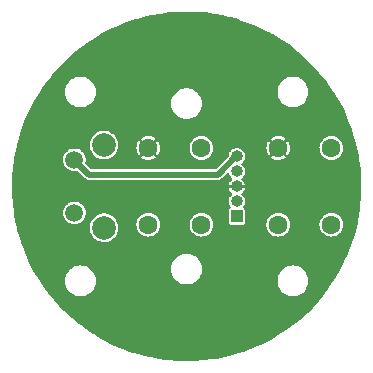
<source format=gbr>
%TF.GenerationSoftware,KiCad,Pcbnew,6.0.11-2627ca5db0~126~ubuntu22.04.1*%
%TF.CreationDate,2024-02-04T10:42:42-08:00*%
%TF.ProjectId,stick-switch,73746963-6b2d-4737-9769-7463682e6b69,rev?*%
%TF.SameCoordinates,Original*%
%TF.FileFunction,Copper,L2,Bot*%
%TF.FilePolarity,Positive*%
%FSLAX46Y46*%
G04 Gerber Fmt 4.6, Leading zero omitted, Abs format (unit mm)*
G04 Created by KiCad (PCBNEW 6.0.11-2627ca5db0~126~ubuntu22.04.1) date 2024-02-04 10:42:42*
%MOMM*%
%LPD*%
G01*
G04 APERTURE LIST*
%TA.AperFunction,ComponentPad*%
%ADD10C,1.600000*%
%TD*%
%TA.AperFunction,ComponentPad*%
%ADD11R,1.000000X1.000000*%
%TD*%
%TA.AperFunction,ComponentPad*%
%ADD12O,1.000000X1.000000*%
%TD*%
%TA.AperFunction,ComponentPad*%
%ADD13C,1.507998*%
%TD*%
%TA.AperFunction,ComponentPad*%
%ADD14C,2.008124*%
%TD*%
%TA.AperFunction,Conductor*%
%ADD15C,0.500000*%
%TD*%
G04 APERTURE END LIST*
D10*
%TO.P,SW_DN1,1,1*%
%TO.N,unconnected-(SW_DN1-Pad1)*%
X-3250000Y-3250000D03*
%TO.P,SW_DN1,2,2*%
%TO.N,/TRIM_COM*%
X-3250000Y3250000D03*
%TO.P,SW_DN1,3,3*%
%TO.N,/DN*%
X1250000Y-3250000D03*
%TO.P,SW_DN1,4,4*%
%TO.N,unconnected-(SW_DN1-Pad4)*%
X1250000Y3250000D03*
%TD*%
D11*
%TO.P,J1,1,Pin_1*%
%TO.N,/UP*%
X4250000Y-2540000D03*
D12*
%TO.P,J1,2,Pin_2*%
%TO.N,/DN*%
X4250000Y-1270000D03*
%TO.P,J1,3,Pin_3*%
%TO.N,/TRIM_COM*%
X4250000Y0D03*
%TO.P,J1,4,Pin_4*%
%TO.N,/PTT*%
X4250000Y1270000D03*
%TO.P,J1,5,Pin_5*%
%TO.N,/PTT_COM*%
X4250000Y2540000D03*
%TD*%
D13*
%TO.P,SW_PTT1,1,1*%
%TO.N,/PTT_COM*%
X-9500000Y2250000D03*
%TO.P,SW_PTT1,2,2*%
%TO.N,unconnected-(SW_PTT1-Pad2)*%
X-9500000Y-2250001D03*
D14*
%TO.P,SW_PTT1,3,3*%
%TO.N,unconnected-(SW_PTT1-Pad3)*%
X-7000000Y3499999D03*
%TO.P,SW_PTT1,4,4*%
%TO.N,/PTT*%
X-7000000Y-3500000D03*
%TD*%
D10*
%TO.P,SW_UP1,1,1*%
%TO.N,unconnected-(SW_UP1-Pad1)*%
X7750000Y-3250000D03*
%TO.P,SW_UP1,2,2*%
%TO.N,/TRIM_COM*%
X7750000Y3250000D03*
%TO.P,SW_UP1,3,3*%
%TO.N,/UP*%
X12250000Y-3250000D03*
%TO.P,SW_UP1,4,4*%
%TO.N,unconnected-(SW_UP1-Pad4)*%
X12250000Y3250000D03*
%TD*%
D15*
%TO.N,/PTT_COM*%
X4176497Y2540000D02*
X4250000Y2540000D01*
X-9500000Y2250000D02*
X-8250000Y1000000D01*
X-8250000Y1000000D02*
X2636497Y1000000D01*
X2636497Y1000000D02*
X4176497Y2540000D01*
%TD*%
%TA.AperFunction,Conductor*%
%TO.N,/TRIM_COM*%
G36*
X28340Y14799409D02*
G01*
X348397Y14790749D01*
X772041Y14779286D01*
X777036Y14779024D01*
X1518799Y14721297D01*
X1523742Y14720786D01*
X2028493Y14655679D01*
X2261639Y14625605D01*
X2266590Y14624838D01*
X2582263Y14567755D01*
X2998694Y14492452D01*
X3003575Y14491442D01*
X3547076Y14364465D01*
X3728064Y14322181D01*
X3732912Y14320918D01*
X4399404Y14129175D01*
X4447890Y14115226D01*
X4452669Y14113719D01*
X5156314Y13872121D01*
X5161010Y13870375D01*
X5851559Y13593476D01*
X5856160Y13591494D01*
X6531799Y13280020D01*
X6536267Y13277822D01*
X7147499Y12957598D01*
X7195304Y12932553D01*
X7199680Y12930117D01*
X7305588Y12867608D01*
X7840381Y12551962D01*
X7844630Y12549307D01*
X8465376Y12139223D01*
X8469485Y12136357D01*
X8634752Y12014734D01*
X9068717Y11695371D01*
X9072644Y11692326D01*
X9431260Y11399324D01*
X9648792Y11221592D01*
X9652590Y11218325D01*
X10204157Y10719071D01*
X10207786Y10715616D01*
X10733412Y10189073D01*
X10736860Y10185438D01*
X11235161Y9632989D01*
X11238420Y9629187D01*
X11678123Y9089097D01*
X11708128Y9052241D01*
X11711191Y9048279D01*
X12149563Y8450415D01*
X12151126Y8448283D01*
X12153979Y8444177D01*
X12562984Y7822707D01*
X12565608Y7818493D01*
X12800946Y7418170D01*
X12942664Y7177100D01*
X12945093Y7172718D01*
X13289204Y6513094D01*
X13291408Y6508594D01*
X13585554Y5867602D01*
X13601696Y5832425D01*
X13603667Y5827827D01*
X13861919Y5180514D01*
X13879360Y5136798D01*
X13881096Y5132105D01*
X14111696Y4456657D01*
X14121466Y4428039D01*
X14122963Y4423266D01*
X14192998Y4178216D01*
X14327415Y3707898D01*
X14328669Y3703047D01*
X14435972Y3240112D01*
X14484937Y3028865D01*
X14496656Y2978304D01*
X14497663Y2973401D01*
X14573171Y2551631D01*
X14628776Y2241037D01*
X14629533Y2236085D01*
X14723419Y1498082D01*
X14723926Y1493097D01*
X14778985Y769293D01*
X14780358Y751239D01*
X14780610Y746248D01*
X14796969Y100000D01*
X14799464Y1422D01*
X14799495Y-1429D01*
X14799144Y-101894D01*
X14799093Y-104744D01*
X14775041Y-849406D01*
X14774753Y-854408D01*
X14767928Y-936547D01*
X14714066Y-1584756D01*
X14713145Y-1595837D01*
X14712606Y-1600804D01*
X14652812Y-2045972D01*
X14613563Y-2338188D01*
X14612770Y-2343135D01*
X14476556Y-3074511D01*
X14475515Y-3079412D01*
X14317192Y-3741423D01*
X14304475Y-3794601D01*
X14302463Y-3803012D01*
X14301175Y-3807851D01*
X14140541Y-4355403D01*
X14091747Y-4521725D01*
X14090217Y-4526491D01*
X13846102Y-5225532D01*
X13844931Y-5228884D01*
X13843160Y-5233571D01*
X13562653Y-5922649D01*
X13560651Y-5927232D01*
X13525236Y-6003007D01*
X13245639Y-6601241D01*
X13243403Y-6605724D01*
X12894708Y-7262908D01*
X12892249Y-7267273D01*
X12510737Y-7905998D01*
X12508059Y-7910234D01*
X12094728Y-8528826D01*
X12091840Y-8532920D01*
X12002696Y-8652734D01*
X11738865Y-9007337D01*
X11647740Y-9129813D01*
X11644654Y-9133748D01*
X11507106Y-9300311D01*
X11170926Y-9707406D01*
X11167639Y-9711188D01*
X10665487Y-10260151D01*
X10662013Y-10263761D01*
X10237233Y-10683384D01*
X10132734Y-10786614D01*
X10129081Y-10790044D01*
X9574029Y-11285446D01*
X9570208Y-11288686D01*
X8990811Y-11755367D01*
X8986831Y-11758410D01*
X8384560Y-12195183D01*
X8380431Y-12198021D01*
X7756834Y-12603763D01*
X7752566Y-12606389D01*
X7109240Y-12980063D01*
X7104846Y-12982469D01*
X6443420Y-13323126D01*
X6438909Y-13325306D01*
X5761125Y-13632049D01*
X5756514Y-13633997D01*
X5064053Y-13906067D01*
X5059372Y-13907771D01*
X4763303Y-14007122D01*
X4354021Y-14144463D01*
X4349232Y-14145936D01*
X3632840Y-14346630D01*
X3627982Y-14347859D01*
X2902348Y-14512054D01*
X2897448Y-14513034D01*
X2482613Y-14585061D01*
X2164426Y-14640307D01*
X2159469Y-14641039D01*
X1420953Y-14731063D01*
X1415966Y-14731543D01*
X673844Y-14784088D01*
X668839Y-14784315D01*
X287481Y-14791971D01*
X-74995Y-14799247D01*
X-79975Y-14799221D01*
X-467306Y-14787387D01*
X-823631Y-14776500D01*
X-828634Y-14776220D01*
X-1380098Y-14731366D01*
X-1570156Y-14715907D01*
X-1575125Y-14715377D01*
X-1780837Y-14688112D01*
X-2312674Y-14617622D01*
X-2317622Y-14616838D01*
X-3049250Y-14481899D01*
X-3054153Y-14480866D01*
X-3614628Y-14347859D01*
X-3778039Y-14309080D01*
X-3782872Y-14307803D01*
X-4497147Y-14099611D01*
X-4501880Y-14098101D01*
X-5054891Y-13906062D01*
X-5204715Y-13854034D01*
X-5209405Y-13852271D01*
X-5610445Y-13689834D01*
X-5898982Y-13572965D01*
X-5903543Y-13570981D01*
X-6457236Y-13313377D01*
X-6578108Y-13257142D01*
X-6582596Y-13254914D01*
X-6766433Y-13157783D01*
X-7240412Y-12907353D01*
X-7244773Y-12904906D01*
X-7884147Y-12524518D01*
X-7888387Y-12521848D01*
X-8507706Y-12109594D01*
X-8511805Y-12106713D01*
X-8983636Y-11756939D01*
X-9109470Y-11663656D01*
X-9113411Y-11660578D01*
X-9687921Y-11187830D01*
X-9691684Y-11184569D01*
X-10241523Y-10683376D01*
X-10245131Y-10679917D01*
X-10380313Y-10543550D01*
X-10768916Y-10151542D01*
X-10772343Y-10147905D01*
X-11268712Y-9593718D01*
X-11271959Y-9589903D01*
X-11739659Y-9011312D01*
X-11742709Y-9007337D01*
X-12180538Y-8405822D01*
X-12183383Y-8401697D01*
X-12445745Y-8000000D01*
X-10305468Y-8000000D01*
X-10285635Y-8226692D01*
X-10226739Y-8446496D01*
X-10130568Y-8652734D01*
X-10000047Y-8839139D01*
X-9839139Y-9000047D01*
X-9835601Y-9002524D01*
X-9835599Y-9002526D01*
X-9823051Y-9011312D01*
X-9652734Y-9130568D01*
X-9446496Y-9226739D01*
X-9357437Y-9250602D01*
X-9230869Y-9284516D01*
X-9230867Y-9284516D01*
X-9226692Y-9285635D01*
X-9182205Y-9289527D01*
X-9058950Y-9300311D01*
X-9058939Y-9300311D01*
X-9056784Y-9300500D01*
X-8943216Y-9300500D01*
X-8941061Y-9300311D01*
X-8941050Y-9300311D01*
X-8817795Y-9289527D01*
X-8773308Y-9285635D01*
X-8769133Y-9284516D01*
X-8769131Y-9284516D01*
X-8642563Y-9250602D01*
X-8553504Y-9226739D01*
X-8347266Y-9130568D01*
X-8176949Y-9011312D01*
X-8164401Y-9002526D01*
X-8164399Y-9002524D01*
X-8160861Y-9000047D01*
X-7999953Y-8839139D01*
X-7869432Y-8652734D01*
X-7773261Y-8446496D01*
X-7714365Y-8226692D01*
X-7694532Y-8000000D01*
X-7714365Y-7773308D01*
X-7773261Y-7553504D01*
X-7869432Y-7347266D01*
X-7925443Y-7267273D01*
X-7997474Y-7164401D01*
X-7997476Y-7164399D01*
X-7999953Y-7160861D01*
X-8160814Y-7000000D01*
X-1305468Y-7000000D01*
X-1285635Y-7226692D01*
X-1284516Y-7230867D01*
X-1284516Y-7230869D01*
X-1259207Y-7325325D01*
X-1226739Y-7446496D01*
X-1130568Y-7652734D01*
X-1128087Y-7656277D01*
X-1128086Y-7656279D01*
X-1043123Y-7777619D01*
X-1000047Y-7839139D01*
X-839139Y-8000047D01*
X-835601Y-8002524D01*
X-835599Y-8002526D01*
X-660519Y-8125117D01*
X-652734Y-8130568D01*
X-446496Y-8226739D01*
X-357437Y-8250602D01*
X-230869Y-8284516D01*
X-230867Y-8284516D01*
X-226692Y-8285635D01*
X-182205Y-8289527D01*
X-58950Y-8300311D01*
X-58939Y-8300311D01*
X-56784Y-8300500D01*
X56784Y-8300500D01*
X58939Y-8300311D01*
X58950Y-8300311D01*
X182205Y-8289527D01*
X226692Y-8285635D01*
X230867Y-8284516D01*
X230869Y-8284516D01*
X357437Y-8250602D01*
X446496Y-8226739D01*
X652734Y-8130568D01*
X660519Y-8125117D01*
X835599Y-8002526D01*
X835601Y-8002524D01*
X839139Y-8000047D01*
X839186Y-8000000D01*
X7694532Y-8000000D01*
X7714365Y-8226692D01*
X7773261Y-8446496D01*
X7869432Y-8652734D01*
X7999953Y-8839139D01*
X8160861Y-9000047D01*
X8164399Y-9002524D01*
X8164401Y-9002526D01*
X8176949Y-9011312D01*
X8347266Y-9130568D01*
X8553504Y-9226739D01*
X8642563Y-9250602D01*
X8769131Y-9284516D01*
X8769133Y-9284516D01*
X8773308Y-9285635D01*
X8817795Y-9289527D01*
X8941050Y-9300311D01*
X8941061Y-9300311D01*
X8943216Y-9300500D01*
X9056784Y-9300500D01*
X9058939Y-9300311D01*
X9058950Y-9300311D01*
X9182205Y-9289527D01*
X9226692Y-9285635D01*
X9230867Y-9284516D01*
X9230869Y-9284516D01*
X9357437Y-9250602D01*
X9446496Y-9226739D01*
X9652734Y-9130568D01*
X9823051Y-9011312D01*
X9835599Y-9002526D01*
X9835601Y-9002524D01*
X9839139Y-9000047D01*
X10000047Y-8839139D01*
X10130568Y-8652734D01*
X10226739Y-8446496D01*
X10285635Y-8226692D01*
X10305468Y-8000000D01*
X10285635Y-7773308D01*
X10226739Y-7553504D01*
X10130568Y-7347266D01*
X10074557Y-7267273D01*
X10002526Y-7164401D01*
X10002524Y-7164399D01*
X10000047Y-7160861D01*
X9839139Y-6999953D01*
X9833053Y-6995691D01*
X9656279Y-6871914D01*
X9656277Y-6871913D01*
X9652734Y-6869432D01*
X9446496Y-6773261D01*
X9357437Y-6749398D01*
X9230869Y-6715484D01*
X9230867Y-6715484D01*
X9226692Y-6714365D01*
X9182205Y-6710473D01*
X9058950Y-6699689D01*
X9058939Y-6699689D01*
X9056784Y-6699500D01*
X8943216Y-6699500D01*
X8941061Y-6699689D01*
X8941050Y-6699689D01*
X8817795Y-6710473D01*
X8773308Y-6714365D01*
X8769133Y-6715484D01*
X8769131Y-6715484D01*
X8642563Y-6749398D01*
X8553504Y-6773261D01*
X8347266Y-6869432D01*
X8343723Y-6871913D01*
X8343721Y-6871914D01*
X8166948Y-6995691D01*
X8160861Y-6999953D01*
X7999953Y-7160861D01*
X7997476Y-7164399D01*
X7997474Y-7164401D01*
X7925443Y-7267273D01*
X7869432Y-7347266D01*
X7773261Y-7553504D01*
X7714365Y-7773308D01*
X7694532Y-8000000D01*
X839186Y-8000000D01*
X1000047Y-7839139D01*
X1043124Y-7777619D01*
X1128086Y-7656279D01*
X1128087Y-7656277D01*
X1130568Y-7652734D01*
X1226739Y-7446496D01*
X1259207Y-7325325D01*
X1284516Y-7230869D01*
X1284516Y-7230867D01*
X1285635Y-7226692D01*
X1305468Y-7000000D01*
X1285635Y-6773308D01*
X1226739Y-6553504D01*
X1130568Y-6347266D01*
X1000047Y-6160861D01*
X839139Y-5999953D01*
X732046Y-5924966D01*
X656279Y-5871914D01*
X656277Y-5871913D01*
X652734Y-5869432D01*
X446496Y-5773261D01*
X357437Y-5749398D01*
X230869Y-5715484D01*
X230867Y-5715484D01*
X226692Y-5714365D01*
X182205Y-5710473D01*
X58950Y-5699689D01*
X58939Y-5699689D01*
X56784Y-5699500D01*
X-56784Y-5699500D01*
X-58939Y-5699689D01*
X-58950Y-5699689D01*
X-182205Y-5710473D01*
X-226692Y-5714365D01*
X-230867Y-5715484D01*
X-230869Y-5715484D01*
X-357437Y-5749398D01*
X-446496Y-5773261D01*
X-652734Y-5869432D01*
X-656277Y-5871913D01*
X-656279Y-5871914D01*
X-732045Y-5924966D01*
X-839139Y-5999953D01*
X-1000047Y-6160861D01*
X-1130568Y-6347266D01*
X-1226739Y-6553504D01*
X-1285635Y-6773308D01*
X-1305468Y-7000000D01*
X-8160814Y-7000000D01*
X-8160861Y-6999953D01*
X-8166947Y-6995691D01*
X-8343721Y-6871914D01*
X-8343723Y-6871913D01*
X-8347266Y-6869432D01*
X-8553504Y-6773261D01*
X-8642563Y-6749398D01*
X-8769131Y-6715484D01*
X-8769133Y-6715484D01*
X-8773308Y-6714365D01*
X-8817795Y-6710473D01*
X-8941050Y-6699689D01*
X-8941061Y-6699689D01*
X-8943216Y-6699500D01*
X-9056784Y-6699500D01*
X-9058939Y-6699689D01*
X-9058950Y-6699689D01*
X-9182205Y-6710473D01*
X-9226692Y-6714365D01*
X-9230867Y-6715484D01*
X-9230869Y-6715484D01*
X-9357437Y-6749398D01*
X-9446496Y-6773261D01*
X-9652734Y-6869432D01*
X-9656277Y-6871913D01*
X-9656279Y-6871914D01*
X-9833052Y-6995691D01*
X-9839139Y-6999953D01*
X-10000047Y-7160861D01*
X-10002524Y-7164399D01*
X-10002526Y-7164401D01*
X-10074557Y-7267273D01*
X-10130568Y-7347266D01*
X-10226739Y-7553504D01*
X-10285635Y-7773308D01*
X-10305468Y-8000000D01*
X-12445745Y-8000000D01*
X-12590202Y-7778826D01*
X-12592835Y-7774564D01*
X-12967647Y-7131863D01*
X-12970060Y-7127472D01*
X-13311849Y-6466682D01*
X-13314038Y-6462175D01*
X-13621972Y-5784912D01*
X-13623930Y-5780300D01*
X-13897210Y-5088309D01*
X-13898931Y-5083604D01*
X-14028552Y-4699551D01*
X-14136841Y-4378704D01*
X-14138320Y-4373928D01*
X-14143544Y-4355403D01*
X-14269742Y-3907940D01*
X-14340265Y-3657883D01*
X-14341503Y-3653028D01*
X-14383634Y-3468333D01*
X-8209307Y-3468333D01*
X-8209010Y-3472861D01*
X-8196540Y-3663115D01*
X-8194828Y-3689242D01*
X-8193712Y-3693635D01*
X-8193712Y-3693637D01*
X-8158273Y-3833177D01*
X-8140334Y-3903814D01*
X-8047650Y-4104861D01*
X-7919880Y-4285652D01*
X-7761303Y-4440131D01*
X-7757528Y-4442653D01*
X-7757526Y-4442655D01*
X-7672923Y-4499184D01*
X-7577229Y-4563124D01*
X-7573062Y-4564914D01*
X-7573057Y-4564917D01*
X-7479444Y-4605136D01*
X-7373825Y-4650514D01*
X-7295768Y-4668177D01*
X-7162326Y-4698372D01*
X-7162321Y-4698373D01*
X-7157900Y-4699373D01*
X-7047294Y-4703719D01*
X-6941221Y-4707886D01*
X-6941220Y-4707886D01*
X-6936688Y-4708064D01*
X-6717596Y-4676297D01*
X-6713297Y-4674838D01*
X-6713294Y-4674837D01*
X-6512263Y-4606596D01*
X-6507962Y-4605136D01*
X-6314806Y-4496964D01*
X-6144597Y-4355403D01*
X-6003036Y-4185194D01*
X-5894864Y-3992038D01*
X-5878751Y-3944572D01*
X-5825163Y-3786706D01*
X-5825162Y-3786703D01*
X-5823703Y-3782404D01*
X-5805297Y-3655462D01*
X-5792356Y-3566212D01*
X-5792355Y-3566204D01*
X-5791936Y-3563312D01*
X-5790278Y-3500000D01*
X-5792361Y-3477323D01*
X-5810120Y-3284066D01*
X-5810535Y-3279546D01*
X-5822826Y-3235963D01*
X-4255243Y-3235963D01*
X-4238825Y-3431483D01*
X-4237492Y-3436131D01*
X-4237492Y-3436132D01*
X-4201023Y-3563312D01*
X-4184742Y-3620091D01*
X-4182527Y-3624401D01*
X-4097269Y-3790296D01*
X-4097266Y-3790300D01*
X-4095056Y-3794601D01*
X-3973182Y-3948369D01*
X-3969495Y-3951507D01*
X-3969493Y-3951509D01*
X-3827450Y-4072397D01*
X-3827445Y-4072400D01*
X-3823762Y-4075535D01*
X-3819540Y-4077895D01*
X-3819535Y-4077898D01*
X-3764662Y-4108565D01*
X-3652487Y-4171257D01*
X-3598840Y-4188688D01*
X-3470487Y-4230393D01*
X-3470484Y-4230394D01*
X-3465882Y-4231889D01*
X-3271054Y-4255121D01*
X-3266232Y-4254750D01*
X-3266229Y-4254750D01*
X-3080252Y-4240440D01*
X-3080247Y-4240439D01*
X-3075424Y-4240068D01*
X-2886444Y-4187303D01*
X-2882131Y-4185124D01*
X-2882125Y-4185122D01*
X-2715632Y-4101020D01*
X-2715630Y-4101018D01*
X-2711311Y-4098837D01*
X-2684510Y-4077898D01*
X-2560513Y-3981022D01*
X-2560509Y-3981018D01*
X-2556697Y-3978040D01*
X-2531085Y-3948369D01*
X-2431655Y-3833177D01*
X-2431653Y-3833175D01*
X-2428491Y-3829511D01*
X-2413437Y-3803012D01*
X-2333964Y-3663115D01*
X-2333963Y-3663112D01*
X-2331575Y-3658909D01*
X-2329618Y-3653028D01*
X-2271169Y-3477323D01*
X-2271169Y-3477321D01*
X-2269642Y-3472732D01*
X-2245051Y-3278071D01*
X-2245010Y-3275174D01*
X-2244698Y-3252770D01*
X-2244659Y-3250000D01*
X-2245562Y-3240783D01*
X-2246035Y-3235963D01*
X244757Y-3235963D01*
X261175Y-3431483D01*
X262508Y-3436131D01*
X262508Y-3436132D01*
X298977Y-3563312D01*
X315258Y-3620091D01*
X317473Y-3624401D01*
X402731Y-3790296D01*
X402734Y-3790300D01*
X404944Y-3794601D01*
X526818Y-3948369D01*
X530505Y-3951507D01*
X530507Y-3951509D01*
X672550Y-4072397D01*
X672555Y-4072400D01*
X676238Y-4075535D01*
X680460Y-4077895D01*
X680465Y-4077898D01*
X735338Y-4108565D01*
X847513Y-4171257D01*
X901160Y-4188688D01*
X1029513Y-4230393D01*
X1029516Y-4230394D01*
X1034118Y-4231889D01*
X1228946Y-4255121D01*
X1233768Y-4254750D01*
X1233771Y-4254750D01*
X1419748Y-4240440D01*
X1419753Y-4240439D01*
X1424576Y-4240068D01*
X1613556Y-4187303D01*
X1617869Y-4185124D01*
X1617875Y-4185122D01*
X1784368Y-4101020D01*
X1784370Y-4101018D01*
X1788689Y-4098837D01*
X1815490Y-4077898D01*
X1939487Y-3981022D01*
X1939491Y-3981018D01*
X1943303Y-3978040D01*
X1968915Y-3948369D01*
X2068345Y-3833177D01*
X2068347Y-3833175D01*
X2071509Y-3829511D01*
X2086563Y-3803012D01*
X2166036Y-3663115D01*
X2166037Y-3663112D01*
X2168425Y-3658909D01*
X2170382Y-3653028D01*
X2228831Y-3477323D01*
X2228831Y-3477321D01*
X2230358Y-3472732D01*
X2254949Y-3278071D01*
X2254990Y-3275174D01*
X2255302Y-3252770D01*
X2255341Y-3250000D01*
X2254438Y-3240783D01*
X2238614Y-3079412D01*
X2236194Y-3054728D01*
X2179484Y-2866894D01*
X2087370Y-2693653D01*
X2065863Y-2667282D01*
X1966422Y-2545355D01*
X1966421Y-2545354D01*
X1963361Y-2541602D01*
X1812180Y-2416535D01*
X1676430Y-2343135D01*
X1643839Y-2325513D01*
X1643838Y-2325513D01*
X1639585Y-2323213D01*
X1452152Y-2265193D01*
X1447342Y-2264687D01*
X1447340Y-2264687D01*
X1261835Y-2245189D01*
X1261833Y-2245189D01*
X1257019Y-2244683D01*
X1192891Y-2250519D01*
X1066438Y-2262027D01*
X1066435Y-2262028D01*
X1061618Y-2262466D01*
X1056976Y-2263832D01*
X1056972Y-2263833D01*
X878040Y-2316496D01*
X878037Y-2316497D01*
X873393Y-2317864D01*
X699512Y-2408767D01*
X695743Y-2411797D01*
X695742Y-2411798D01*
X679881Y-2424551D01*
X546600Y-2531711D01*
X520186Y-2563190D01*
X423589Y-2678310D01*
X423586Y-2678314D01*
X420480Y-2682016D01*
X325956Y-2853954D01*
X324492Y-2858568D01*
X324491Y-2858571D01*
X271318Y-3026193D01*
X266628Y-3040978D01*
X266088Y-3045790D01*
X266088Y-3045791D01*
X246161Y-3223448D01*
X244757Y-3235963D01*
X-2246035Y-3235963D01*
X-2261386Y-3079412D01*
X-2263806Y-3054728D01*
X-2320516Y-2866894D01*
X-2412630Y-2693653D01*
X-2434137Y-2667282D01*
X-2533578Y-2545355D01*
X-2533579Y-2545354D01*
X-2536639Y-2541602D01*
X-2687820Y-2416535D01*
X-2823570Y-2343135D01*
X-2856161Y-2325513D01*
X-2856162Y-2325513D01*
X-2860415Y-2323213D01*
X-3047848Y-2265193D01*
X-3052658Y-2264687D01*
X-3052660Y-2264687D01*
X-3238165Y-2245189D01*
X-3238167Y-2245189D01*
X-3242981Y-2244683D01*
X-3307109Y-2250519D01*
X-3433562Y-2262027D01*
X-3433565Y-2262028D01*
X-3438382Y-2262466D01*
X-3443024Y-2263832D01*
X-3443028Y-2263833D01*
X-3621960Y-2316496D01*
X-3621963Y-2316497D01*
X-3626607Y-2317864D01*
X-3800488Y-2408767D01*
X-3804257Y-2411797D01*
X-3804258Y-2411798D01*
X-3820119Y-2424551D01*
X-3953400Y-2531711D01*
X-3979814Y-2563190D01*
X-4076411Y-2678310D01*
X-4076414Y-2678314D01*
X-4079520Y-2682016D01*
X-4174044Y-2853954D01*
X-4175508Y-2858568D01*
X-4175509Y-2858571D01*
X-4228682Y-3026193D01*
X-4233372Y-3040978D01*
X-4233912Y-3045790D01*
X-4233912Y-3045791D01*
X-4253839Y-3223448D01*
X-4255243Y-3235963D01*
X-5822826Y-3235963D01*
X-5834874Y-3193245D01*
X-5869393Y-3070849D01*
X-5869394Y-3070848D01*
X-5870627Y-3066474D01*
X-5872635Y-3062402D01*
X-5872637Y-3062397D01*
X-5966534Y-2871994D01*
X-5968542Y-2867922D01*
X-6101001Y-2690538D01*
X-6263568Y-2540263D01*
X-6297283Y-2518990D01*
X-6446961Y-2424551D01*
X-6450798Y-2422130D01*
X-6656420Y-2340095D01*
X-6873550Y-2296905D01*
X-6984232Y-2295456D01*
X-7090375Y-2294066D01*
X-7090380Y-2294066D01*
X-7094914Y-2294007D01*
X-7099389Y-2294776D01*
X-7099390Y-2294776D01*
X-7116936Y-2297791D01*
X-7313099Y-2331498D01*
X-7520799Y-2408123D01*
X-7524698Y-2410442D01*
X-7524703Y-2410445D01*
X-7707151Y-2518990D01*
X-7711057Y-2521314D01*
X-7714472Y-2524309D01*
X-7714475Y-2524311D01*
X-7773271Y-2575875D01*
X-7877501Y-2667282D01*
X-8014558Y-2841138D01*
X-8016671Y-2845153D01*
X-8016671Y-2845154D01*
X-8067048Y-2940906D01*
X-8117637Y-3037059D01*
X-8118981Y-3041388D01*
X-8180895Y-3240783D01*
X-8183287Y-3248485D01*
X-8183821Y-3252995D01*
X-8183821Y-3252996D01*
X-8187114Y-3280824D01*
X-8209307Y-3468333D01*
X-14383634Y-3468333D01*
X-14506967Y-2927665D01*
X-14507957Y-2922753D01*
X-14609877Y-2341776D01*
X-14628326Y-2236610D01*
X-10459024Y-2236610D01*
X-10455419Y-2279534D01*
X-10444312Y-2411798D01*
X-10443360Y-2423140D01*
X-10391764Y-2603076D01*
X-10306202Y-2769563D01*
X-10189931Y-2916260D01*
X-10186251Y-2919392D01*
X-10186249Y-2919394D01*
X-10051069Y-3034441D01*
X-10051064Y-3034444D01*
X-10047381Y-3037579D01*
X-10043158Y-3039939D01*
X-10043154Y-3039942D01*
X-9972530Y-3079412D01*
X-9883982Y-3128900D01*
X-9879384Y-3130394D01*
X-9710561Y-3185248D01*
X-9710559Y-3185249D01*
X-9705956Y-3186744D01*
X-9520086Y-3208908D01*
X-9515264Y-3208537D01*
X-9515261Y-3208537D01*
X-9338279Y-3194919D01*
X-9338274Y-3194918D01*
X-9333451Y-3194547D01*
X-9153160Y-3144209D01*
X-9118179Y-3126539D01*
X-8990400Y-3061993D01*
X-8990398Y-3061992D01*
X-8986079Y-3059810D01*
X-8982262Y-3056828D01*
X-8842389Y-2947548D01*
X-8842387Y-2947546D01*
X-8838574Y-2944567D01*
X-8716262Y-2802867D01*
X-8656648Y-2697927D01*
X-8626192Y-2644315D01*
X-8626191Y-2644312D01*
X-8623803Y-2640109D01*
X-8564718Y-2462492D01*
X-8559746Y-2423140D01*
X-8548368Y-2333070D01*
X-8541257Y-2276781D01*
X-8540883Y-2250001D01*
X-8559149Y-2063708D01*
X-8613252Y-1884510D01*
X-8673724Y-1770779D01*
X-8698858Y-1723508D01*
X-8698860Y-1723504D01*
X-8701131Y-1719234D01*
X-8710185Y-1708132D01*
X-8816378Y-1577927D01*
X-8816379Y-1577926D01*
X-8819439Y-1574174D01*
X-8885721Y-1519341D01*
X-8959942Y-1457940D01*
X-8959944Y-1457939D01*
X-8963669Y-1454857D01*
X-9128327Y-1365826D01*
X-9307143Y-1310474D01*
X-9311953Y-1309968D01*
X-9311955Y-1309968D01*
X-9488488Y-1291413D01*
X-9488490Y-1291413D01*
X-9493304Y-1290907D01*
X-9552414Y-1296287D01*
X-9674901Y-1307434D01*
X-9674904Y-1307435D01*
X-9679721Y-1307873D01*
X-9684363Y-1309239D01*
X-9684367Y-1309240D01*
X-9854645Y-1359355D01*
X-9854648Y-1359356D01*
X-9859292Y-1360723D01*
X-9894562Y-1379162D01*
X-10020880Y-1445199D01*
X-10020884Y-1445202D01*
X-10025177Y-1447446D01*
X-10028953Y-1450482D01*
X-10028956Y-1450484D01*
X-10070394Y-1483801D01*
X-10171059Y-1564738D01*
X-10174167Y-1568442D01*
X-10288271Y-1704426D01*
X-10288274Y-1704430D01*
X-10291380Y-1708132D01*
X-10381558Y-1872165D01*
X-10383022Y-1876779D01*
X-10383023Y-1876782D01*
X-10436694Y-2045972D01*
X-10436695Y-2045978D01*
X-10438158Y-2050589D01*
X-10459024Y-2236610D01*
X-14628326Y-2236610D01*
X-14636510Y-2189955D01*
X-14637243Y-2185054D01*
X-14728564Y-1446639D01*
X-14729049Y-1441680D01*
X-14742042Y-1262611D01*
X3544394Y-1262611D01*
X3545049Y-1268544D01*
X3545049Y-1268548D01*
X3555473Y-1362968D01*
X3562999Y-1431135D01*
X3621266Y-1590356D01*
X3634431Y-1609947D01*
X3702963Y-1711935D01*
X3719724Y-1770779D01*
X3698697Y-1828238D01*
X3670681Y-1849504D01*
X3671769Y-1851133D01*
X3605448Y-1895448D01*
X3561133Y-1961769D01*
X3549500Y-2020252D01*
X3549500Y-3059748D01*
X3561133Y-3118231D01*
X3605448Y-3184552D01*
X3671769Y-3228867D01*
X3681332Y-3230769D01*
X3681334Y-3230770D01*
X3704005Y-3235279D01*
X3730252Y-3240500D01*
X4769748Y-3240500D01*
X4792556Y-3235963D01*
X6744757Y-3235963D01*
X6761175Y-3431483D01*
X6762508Y-3436131D01*
X6762508Y-3436132D01*
X6798977Y-3563312D01*
X6815258Y-3620091D01*
X6817473Y-3624401D01*
X6902731Y-3790296D01*
X6902734Y-3790300D01*
X6904944Y-3794601D01*
X7026818Y-3948369D01*
X7030505Y-3951507D01*
X7030507Y-3951509D01*
X7172550Y-4072397D01*
X7172555Y-4072400D01*
X7176238Y-4075535D01*
X7180460Y-4077895D01*
X7180465Y-4077898D01*
X7235338Y-4108565D01*
X7347513Y-4171257D01*
X7401160Y-4188688D01*
X7529513Y-4230393D01*
X7529516Y-4230394D01*
X7534118Y-4231889D01*
X7728946Y-4255121D01*
X7733768Y-4254750D01*
X7733771Y-4254750D01*
X7919748Y-4240440D01*
X7919753Y-4240439D01*
X7924576Y-4240068D01*
X8113556Y-4187303D01*
X8117869Y-4185124D01*
X8117875Y-4185122D01*
X8284368Y-4101020D01*
X8284370Y-4101018D01*
X8288689Y-4098837D01*
X8315490Y-4077898D01*
X8439487Y-3981022D01*
X8439491Y-3981018D01*
X8443303Y-3978040D01*
X8468915Y-3948369D01*
X8568345Y-3833177D01*
X8568347Y-3833175D01*
X8571509Y-3829511D01*
X8586563Y-3803012D01*
X8666036Y-3663115D01*
X8666037Y-3663112D01*
X8668425Y-3658909D01*
X8670382Y-3653028D01*
X8728831Y-3477323D01*
X8728831Y-3477321D01*
X8730358Y-3472732D01*
X8754949Y-3278071D01*
X8754990Y-3275174D01*
X8755302Y-3252770D01*
X8755341Y-3250000D01*
X8754438Y-3240783D01*
X8753965Y-3235963D01*
X11244757Y-3235963D01*
X11261175Y-3431483D01*
X11262508Y-3436131D01*
X11262508Y-3436132D01*
X11298977Y-3563312D01*
X11315258Y-3620091D01*
X11317473Y-3624401D01*
X11402731Y-3790296D01*
X11402734Y-3790300D01*
X11404944Y-3794601D01*
X11526818Y-3948369D01*
X11530505Y-3951507D01*
X11530507Y-3951509D01*
X11672550Y-4072397D01*
X11672555Y-4072400D01*
X11676238Y-4075535D01*
X11680460Y-4077895D01*
X11680465Y-4077898D01*
X11735338Y-4108565D01*
X11847513Y-4171257D01*
X11901160Y-4188688D01*
X12029513Y-4230393D01*
X12029516Y-4230394D01*
X12034118Y-4231889D01*
X12228946Y-4255121D01*
X12233768Y-4254750D01*
X12233771Y-4254750D01*
X12419748Y-4240440D01*
X12419753Y-4240439D01*
X12424576Y-4240068D01*
X12613556Y-4187303D01*
X12617869Y-4185124D01*
X12617875Y-4185122D01*
X12784368Y-4101020D01*
X12784370Y-4101018D01*
X12788689Y-4098837D01*
X12815490Y-4077898D01*
X12939487Y-3981022D01*
X12939491Y-3981018D01*
X12943303Y-3978040D01*
X12968915Y-3948369D01*
X13068345Y-3833177D01*
X13068347Y-3833175D01*
X13071509Y-3829511D01*
X13086563Y-3803012D01*
X13166036Y-3663115D01*
X13166037Y-3663112D01*
X13168425Y-3658909D01*
X13170382Y-3653028D01*
X13228831Y-3477323D01*
X13228831Y-3477321D01*
X13230358Y-3472732D01*
X13254949Y-3278071D01*
X13254990Y-3275174D01*
X13255302Y-3252770D01*
X13255341Y-3250000D01*
X13254438Y-3240783D01*
X13238614Y-3079412D01*
X13236194Y-3054728D01*
X13179484Y-2866894D01*
X13087370Y-2693653D01*
X13065863Y-2667282D01*
X12966422Y-2545355D01*
X12966421Y-2545354D01*
X12963361Y-2541602D01*
X12812180Y-2416535D01*
X12676430Y-2343135D01*
X12643839Y-2325513D01*
X12643838Y-2325513D01*
X12639585Y-2323213D01*
X12452152Y-2265193D01*
X12447342Y-2264687D01*
X12447340Y-2264687D01*
X12261835Y-2245189D01*
X12261833Y-2245189D01*
X12257019Y-2244683D01*
X12192891Y-2250519D01*
X12066438Y-2262027D01*
X12066435Y-2262028D01*
X12061618Y-2262466D01*
X12056976Y-2263832D01*
X12056972Y-2263833D01*
X11878040Y-2316496D01*
X11878037Y-2316497D01*
X11873393Y-2317864D01*
X11699512Y-2408767D01*
X11695743Y-2411797D01*
X11695742Y-2411798D01*
X11679881Y-2424551D01*
X11546600Y-2531711D01*
X11520186Y-2563190D01*
X11423589Y-2678310D01*
X11423586Y-2678314D01*
X11420480Y-2682016D01*
X11325956Y-2853954D01*
X11324492Y-2858568D01*
X11324491Y-2858571D01*
X11271318Y-3026193D01*
X11266628Y-3040978D01*
X11266088Y-3045790D01*
X11266088Y-3045791D01*
X11246161Y-3223448D01*
X11244757Y-3235963D01*
X8753965Y-3235963D01*
X8738614Y-3079412D01*
X8736194Y-3054728D01*
X8679484Y-2866894D01*
X8587370Y-2693653D01*
X8565863Y-2667282D01*
X8466422Y-2545355D01*
X8466421Y-2545354D01*
X8463361Y-2541602D01*
X8312180Y-2416535D01*
X8176430Y-2343135D01*
X8143839Y-2325513D01*
X8143838Y-2325513D01*
X8139585Y-2323213D01*
X7952152Y-2265193D01*
X7947342Y-2264687D01*
X7947340Y-2264687D01*
X7761835Y-2245189D01*
X7761833Y-2245189D01*
X7757019Y-2244683D01*
X7692891Y-2250519D01*
X7566438Y-2262027D01*
X7566435Y-2262028D01*
X7561618Y-2262466D01*
X7556976Y-2263832D01*
X7556972Y-2263833D01*
X7378040Y-2316496D01*
X7378037Y-2316497D01*
X7373393Y-2317864D01*
X7199512Y-2408767D01*
X7195743Y-2411797D01*
X7195742Y-2411798D01*
X7179881Y-2424551D01*
X7046600Y-2531711D01*
X7020186Y-2563190D01*
X6923589Y-2678310D01*
X6923586Y-2678314D01*
X6920480Y-2682016D01*
X6825956Y-2853954D01*
X6824492Y-2858568D01*
X6824491Y-2858571D01*
X6771318Y-3026193D01*
X6766628Y-3040978D01*
X6766088Y-3045790D01*
X6766088Y-3045791D01*
X6746161Y-3223448D01*
X6744757Y-3235963D01*
X4792556Y-3235963D01*
X4795995Y-3235279D01*
X4818666Y-3230770D01*
X4818668Y-3230769D01*
X4828231Y-3228867D01*
X4894552Y-3184552D01*
X4938867Y-3118231D01*
X4950500Y-3059748D01*
X4950500Y-2020252D01*
X4938867Y-1961769D01*
X4894552Y-1895448D01*
X4828231Y-1851133D01*
X4829531Y-1849188D01*
X4793332Y-1818272D01*
X4779048Y-1758777D01*
X4797347Y-1708773D01*
X4864877Y-1614796D01*
X4864878Y-1614794D01*
X4868361Y-1609947D01*
X4874034Y-1595837D01*
X4929377Y-1458167D01*
X4929378Y-1458165D01*
X4931601Y-1452634D01*
X4932442Y-1446727D01*
X4955034Y-1287985D01*
X4955034Y-1287979D01*
X4955490Y-1284778D01*
X4955645Y-1270000D01*
X4935276Y-1101680D01*
X4875345Y-943077D01*
X4828758Y-875292D01*
X4782692Y-808267D01*
X4779312Y-803349D01*
X4672177Y-707894D01*
X4641307Y-655068D01*
X4647384Y-594185D01*
X4673739Y-558698D01*
X4764517Y-481165D01*
X4772533Y-472448D01*
X4864436Y-344553D01*
X4870147Y-334165D01*
X4928890Y-188037D01*
X4931955Y-176597D01*
X4940647Y-115524D01*
X4938353Y-102383D01*
X4937265Y-101328D01*
X4931534Y-100000D01*
X3572433Y-100000D01*
X3559748Y-104122D01*
X3558365Y-106024D01*
X3557909Y-110475D01*
X3562835Y-155086D01*
X3565542Y-166627D01*
X3619663Y-314521D01*
X3625044Y-325081D01*
X3712884Y-455801D01*
X3720627Y-464772D01*
X3827751Y-562247D01*
X3858066Y-615394D01*
X3851352Y-676210D01*
X3826203Y-710073D01*
X3725604Y-797831D01*
X3722173Y-802713D01*
X3722172Y-802714D01*
X3631544Y-931665D01*
X3628113Y-936547D01*
X3566524Y-1094513D01*
X3544394Y-1262611D01*
X-14742042Y-1262611D01*
X-14765227Y-943077D01*
X-14782891Y-699636D01*
X-14783126Y-694647D01*
X-14783989Y-655068D01*
X-14795872Y-110475D01*
X-14799355Y49145D01*
X-14799338Y54156D01*
X-14777915Y797837D01*
X-14777644Y802840D01*
X-14718625Y1544477D01*
X-14718101Y1549459D01*
X-14624744Y2263391D01*
X-10459024Y2263391D01*
X-10443360Y2076861D01*
X-10391764Y1896925D01*
X-10367360Y1849440D01*
X-10311434Y1740619D01*
X-10306202Y1730438D01*
X-10189931Y1583741D01*
X-10186251Y1580609D01*
X-10186249Y1580607D01*
X-10051069Y1465560D01*
X-10051064Y1465557D01*
X-10047381Y1462422D01*
X-10043158Y1460062D01*
X-10043154Y1460059D01*
X-10014242Y1443901D01*
X-9883982Y1371101D01*
X-9879384Y1369607D01*
X-9710561Y1314753D01*
X-9710559Y1314752D01*
X-9705956Y1313257D01*
X-9520086Y1291093D01*
X-9515264Y1291464D01*
X-9515261Y1291464D01*
X-9338279Y1305082D01*
X-9338274Y1305083D01*
X-9333451Y1305454D01*
X-9279029Y1320649D01*
X-9217899Y1318087D01*
X-9182403Y1295300D01*
X-8591619Y704516D01*
X-8583878Y695804D01*
X-8561872Y667890D01*
X-8513263Y634294D01*
X-8510736Y632487D01*
X-8469140Y601765D01*
X-8469136Y601763D01*
X-8463183Y597366D01*
X-8456369Y594973D01*
X-8450431Y590869D01*
X-8394086Y573049D01*
X-8391150Y572070D01*
X-8382680Y569096D01*
X-8335369Y552481D01*
X-8329332Y552244D01*
X-8326648Y551721D01*
X-8321270Y550020D01*
X-8314663Y549500D01*
X-8261459Y549500D01*
X-8257572Y549424D01*
X-8207397Y547452D01*
X-8207394Y547452D01*
X-8200006Y547162D01*
X-8193228Y548959D01*
X-8183403Y549500D01*
X2603870Y549500D01*
X2615506Y548814D01*
X2650807Y544636D01*
X2658083Y545965D01*
X2658086Y545965D01*
X2693762Y552481D01*
X2708927Y555251D01*
X2711973Y555758D01*
X2770459Y564551D01*
X2776972Y567679D01*
X2784070Y568975D01*
X2836479Y596199D01*
X2839259Y597588D01*
X2885905Y619987D01*
X2885908Y619989D01*
X2892576Y623191D01*
X2897018Y627297D01*
X2899278Y628820D01*
X2904285Y631421D01*
X2909325Y635725D01*
X2946957Y673357D01*
X2949760Y676051D01*
X2986621Y710124D01*
X2986623Y710127D01*
X2992053Y715146D01*
X2995575Y721210D01*
X3002135Y728535D01*
X3404960Y1131360D01*
X3459477Y1159137D01*
X3519909Y1149566D01*
X3563174Y1106301D01*
X3567934Y1095379D01*
X3572891Y1081833D01*
X3621266Y949644D01*
X3624591Y944695D01*
X3624592Y944694D01*
X3637689Y925204D01*
X3715830Y808917D01*
X3738277Y788492D01*
X3827744Y707083D01*
X3858059Y653936D01*
X3851345Y593120D01*
X3826196Y559257D01*
X3730473Y475752D01*
X3722549Y466952D01*
X3631986Y338094D01*
X3626390Y327656D01*
X3569182Y180928D01*
X3566232Y169438D01*
X3559137Y115545D01*
X3561568Y102432D01*
X3562871Y101195D01*
X3568152Y100000D01*
X4927360Y100000D01*
X4940045Y104122D01*
X4941265Y105800D01*
X4941743Y110720D01*
X4935504Y162273D01*
X4932677Y173783D01*
X4877007Y321108D01*
X4871518Y331606D01*
X4782314Y461401D01*
X4774478Y470288D01*
X4672171Y561441D01*
X4641301Y614268D01*
X4647379Y675151D01*
X4673733Y710638D01*
X4764887Y788492D01*
X4769423Y792366D01*
X4772904Y797210D01*
X4864877Y925204D01*
X4864878Y925206D01*
X4868361Y930053D01*
X4931601Y1087366D01*
X4932442Y1093273D01*
X4955034Y1252015D01*
X4955034Y1252021D01*
X4955490Y1255222D01*
X4955645Y1270000D01*
X4935276Y1438320D01*
X4875345Y1596923D01*
X4779312Y1736651D01*
X4672554Y1831770D01*
X4641684Y1884596D01*
X4647761Y1945479D01*
X4674117Y1980966D01*
X4764884Y2058488D01*
X4764890Y2058494D01*
X4769423Y2062366D01*
X4779839Y2076861D01*
X4864877Y2195204D01*
X4864878Y2195206D01*
X4868361Y2200053D01*
X4876568Y2220467D01*
X4929377Y2351833D01*
X4929378Y2351835D01*
X4931601Y2357366D01*
X4936938Y2394863D01*
X4948309Y2474759D01*
X7122010Y2474759D01*
X7122500Y2471660D01*
X7124436Y2469208D01*
X7172838Y2428015D01*
X7180752Y2422514D01*
X7343488Y2331565D01*
X7352316Y2327708D01*
X7529627Y2270096D01*
X7539027Y2268029D01*
X7724155Y2245954D01*
X7733781Y2245752D01*
X7919659Y2260055D01*
X7929153Y2261729D01*
X8108705Y2311861D01*
X8117702Y2315351D01*
X8284098Y2399403D01*
X8292233Y2404565D01*
X8370699Y2465870D01*
X8378158Y2476927D01*
X8378087Y2478955D01*
X8375391Y2483187D01*
X7761086Y3097493D01*
X7749203Y3103547D01*
X7744172Y3102751D01*
X7128064Y2486642D01*
X7122010Y2474759D01*
X4948309Y2474759D01*
X4955034Y2522015D01*
X4955034Y2522021D01*
X4955490Y2525222D01*
X4955645Y2540000D01*
X4943340Y2641686D01*
X4935993Y2702398D01*
X4935992Y2702401D01*
X4935276Y2708320D01*
X4875345Y2866923D01*
X4869383Y2875599D01*
X4782692Y3001733D01*
X4779312Y3006651D01*
X4652721Y3119440D01*
X4502881Y3198776D01*
X4399607Y3224717D01*
X4344231Y3238627D01*
X4344228Y3238627D01*
X4338441Y3240081D01*
X4252841Y3240529D01*
X4174861Y3240938D01*
X4174859Y3240938D01*
X4168895Y3240969D01*
X4163099Y3239577D01*
X4163095Y3239577D01*
X4071537Y3217595D01*
X4004032Y3201388D01*
X3928701Y3162507D01*
X3858675Y3126364D01*
X3858673Y3126362D01*
X3853369Y3123625D01*
X3725604Y3012169D01*
X3722173Y3007287D01*
X3722172Y3007286D01*
X3671554Y2935263D01*
X3628113Y2873453D01*
X3566524Y2715487D01*
X3565745Y2709572D01*
X3565745Y2709571D01*
X3548418Y2577957D01*
X3520269Y2520875D01*
X2478890Y1479496D01*
X2424373Y1451719D01*
X2408886Y1450500D01*
X-8022389Y1450500D01*
X-8080580Y1469407D01*
X-8092393Y1479496D01*
X-8542872Y1929975D01*
X-8570649Y1984492D01*
X-8567063Y2028133D01*
X-8567319Y2028191D01*
X-8566910Y2029990D01*
X-8566809Y2031223D01*
X-8566245Y2032919D01*
X-8564718Y2037509D01*
X-8559746Y2076861D01*
X-8541605Y2220467D01*
X-8541257Y2223220D01*
X-8540883Y2250000D01*
X-8551989Y2363273D01*
X-8558677Y2431483D01*
X-8558678Y2431487D01*
X-8559149Y2436293D01*
X-8569086Y2469208D01*
X-8586974Y2528455D01*
X-8613252Y2615491D01*
X-8701131Y2780767D01*
X-8710185Y2791869D01*
X-8816378Y2922074D01*
X-8816379Y2922075D01*
X-8819439Y2925827D01*
X-8941058Y3026439D01*
X-8959942Y3042061D01*
X-8959944Y3042062D01*
X-8963669Y3045144D01*
X-9128327Y3134175D01*
X-9307143Y3189527D01*
X-9311953Y3190033D01*
X-9311955Y3190033D01*
X-9488488Y3208588D01*
X-9488490Y3208588D01*
X-9493304Y3209094D01*
X-9552414Y3203714D01*
X-9674901Y3192567D01*
X-9674904Y3192566D01*
X-9679721Y3192128D01*
X-9684363Y3190762D01*
X-9684367Y3190761D01*
X-9854645Y3140646D01*
X-9854648Y3140645D01*
X-9859292Y3139278D01*
X-9883994Y3126364D01*
X-10020880Y3054802D01*
X-10020884Y3054799D01*
X-10025177Y3052555D01*
X-10028953Y3049519D01*
X-10028956Y3049517D01*
X-10082270Y3006651D01*
X-10171059Y2935263D01*
X-10174167Y2931559D01*
X-10288271Y2795575D01*
X-10288274Y2795571D01*
X-10291380Y2791869D01*
X-10381558Y2627836D01*
X-10383022Y2623222D01*
X-10383023Y2623219D01*
X-10436694Y2454029D01*
X-10436695Y2454023D01*
X-10438158Y2449412D01*
X-10438698Y2444598D01*
X-10455802Y2292113D01*
X-10459024Y2263391D01*
X-14624744Y2263391D01*
X-14621637Y2287148D01*
X-14620862Y2292098D01*
X-14521367Y2836885D01*
X-14487199Y3023970D01*
X-14486177Y3028865D01*
X-14480598Y3052555D01*
X-14389458Y3439613D01*
X-14367782Y3531666D01*
X-8209307Y3531666D01*
X-8194828Y3310757D01*
X-8193712Y3306364D01*
X-8193712Y3306362D01*
X-8169009Y3209094D01*
X-8140334Y3096185D01*
X-8138432Y3092060D01*
X-8138432Y3092059D01*
X-8121256Y3054802D01*
X-8047650Y2895138D01*
X-7919880Y2714347D01*
X-7761303Y2559868D01*
X-7757528Y2557346D01*
X-7757526Y2557344D01*
X-7672923Y2500815D01*
X-7577229Y2436875D01*
X-7573062Y2435085D01*
X-7573057Y2435082D01*
X-7479444Y2394863D01*
X-7373825Y2349485D01*
X-7295768Y2331822D01*
X-7162326Y2301627D01*
X-7162321Y2301626D01*
X-7157900Y2300626D01*
X-7047294Y2296281D01*
X-6941221Y2292113D01*
X-6941220Y2292113D01*
X-6936688Y2291935D01*
X-6717596Y2323702D01*
X-6713297Y2325161D01*
X-6713294Y2325162D01*
X-6512263Y2393403D01*
X-6507962Y2394863D01*
X-6365297Y2474759D01*
X-3877990Y2474759D01*
X-3877500Y2471660D01*
X-3875564Y2469208D01*
X-3827162Y2428015D01*
X-3819248Y2422514D01*
X-3656512Y2331565D01*
X-3647684Y2327708D01*
X-3470373Y2270096D01*
X-3460973Y2268029D01*
X-3275845Y2245954D01*
X-3266219Y2245752D01*
X-3080341Y2260055D01*
X-3070847Y2261729D01*
X-2891295Y2311861D01*
X-2882298Y2315351D01*
X-2715902Y2399403D01*
X-2707767Y2404565D01*
X-2629301Y2465870D01*
X-2621842Y2476927D01*
X-2621913Y2478955D01*
X-2624609Y2483187D01*
X-3238914Y3097493D01*
X-3250797Y3103547D01*
X-3255828Y3102751D01*
X-3871936Y2486642D01*
X-3877990Y2474759D01*
X-6365297Y2474759D01*
X-6314806Y2503035D01*
X-6144597Y2644596D01*
X-6003036Y2814805D01*
X-5894864Y3007961D01*
X-5856933Y3119701D01*
X-5825163Y3213293D01*
X-5825162Y3213296D01*
X-5823703Y3217595D01*
X-5819406Y3247230D01*
X-5817669Y3259210D01*
X-4254336Y3259210D01*
X-4238736Y3073426D01*
X-4236998Y3063958D01*
X-4185612Y2884752D01*
X-4182061Y2875784D01*
X-4096847Y2709975D01*
X-4091627Y2701876D01*
X-4034125Y2629326D01*
X-4023014Y2621944D01*
X-4020804Y2622037D01*
X-4016842Y2624580D01*
X-3402507Y3238914D01*
X-3397265Y3249203D01*
X-3103547Y3249203D01*
X-3102751Y3244172D01*
X-2486526Y2627948D01*
X-2474643Y2621894D01*
X-2471361Y2622413D01*
X-2469156Y2624142D01*
X-2432066Y2667112D01*
X-2426507Y2674993D01*
X-2334423Y2837089D01*
X-2330507Y2845884D01*
X-2271659Y3022788D01*
X-2269525Y3032182D01*
X-2245901Y3219190D01*
X-2245514Y3224717D01*
X-2245200Y3247241D01*
X-2245430Y3252739D01*
X-2246538Y3264037D01*
X244757Y3264037D01*
X249413Y3208588D01*
X260763Y3073426D01*
X261175Y3068517D01*
X262508Y3063869D01*
X262508Y3063868D01*
X301206Y2928915D01*
X315258Y2879909D01*
X317473Y2875599D01*
X402731Y2709704D01*
X402734Y2709700D01*
X404944Y2705399D01*
X526818Y2551631D01*
X530505Y2548493D01*
X530507Y2548491D01*
X672550Y2427603D01*
X672555Y2427600D01*
X676238Y2424465D01*
X680460Y2422105D01*
X680465Y2422102D01*
X731817Y2393403D01*
X847513Y2328743D01*
X930967Y2301627D01*
X1029513Y2269607D01*
X1029516Y2269606D01*
X1034118Y2268111D01*
X1228946Y2244879D01*
X1233768Y2245250D01*
X1233771Y2245250D01*
X1419748Y2259560D01*
X1419753Y2259561D01*
X1424576Y2259932D01*
X1613556Y2312697D01*
X1617869Y2314876D01*
X1617875Y2314878D01*
X1784368Y2398980D01*
X1784370Y2398982D01*
X1788689Y2401163D01*
X1792506Y2404145D01*
X1939487Y2518978D01*
X1939491Y2518982D01*
X1943303Y2521960D01*
X1948910Y2528455D01*
X2068345Y2666823D01*
X2068347Y2666825D01*
X2071509Y2670489D01*
X2074068Y2674993D01*
X2166036Y2836885D01*
X2166037Y2836888D01*
X2168425Y2841091D01*
X2170020Y2845884D01*
X2228831Y3022677D01*
X2228831Y3022679D01*
X2230358Y3027268D01*
X2233553Y3052555D01*
X2250920Y3190033D01*
X2254949Y3221929D01*
X2255341Y3250000D01*
X2254439Y3259210D01*
X6745664Y3259210D01*
X6761264Y3073426D01*
X6763002Y3063958D01*
X6814388Y2884752D01*
X6817939Y2875784D01*
X6903153Y2709975D01*
X6908373Y2701876D01*
X6965875Y2629326D01*
X6976986Y2621944D01*
X6979196Y2622037D01*
X6983158Y2624580D01*
X7597493Y3238914D01*
X7602735Y3249203D01*
X7896453Y3249203D01*
X7897249Y3244172D01*
X8513474Y2627948D01*
X8525357Y2621894D01*
X8528639Y2622413D01*
X8530844Y2624142D01*
X8567934Y2667112D01*
X8573493Y2674993D01*
X8665577Y2837089D01*
X8669493Y2845884D01*
X8728341Y3022788D01*
X8730475Y3032182D01*
X8754099Y3219190D01*
X8754486Y3224717D01*
X8754800Y3247241D01*
X8754570Y3252739D01*
X8753462Y3264037D01*
X11244757Y3264037D01*
X11249413Y3208588D01*
X11260763Y3073426D01*
X11261175Y3068517D01*
X11262508Y3063869D01*
X11262508Y3063868D01*
X11301206Y2928915D01*
X11315258Y2879909D01*
X11317473Y2875599D01*
X11402731Y2709704D01*
X11402734Y2709700D01*
X11404944Y2705399D01*
X11526818Y2551631D01*
X11530505Y2548493D01*
X11530507Y2548491D01*
X11672550Y2427603D01*
X11672555Y2427600D01*
X11676238Y2424465D01*
X11680460Y2422105D01*
X11680465Y2422102D01*
X11731817Y2393403D01*
X11847513Y2328743D01*
X11930967Y2301627D01*
X12029513Y2269607D01*
X12029516Y2269606D01*
X12034118Y2268111D01*
X12228946Y2244879D01*
X12233768Y2245250D01*
X12233771Y2245250D01*
X12419748Y2259560D01*
X12419753Y2259561D01*
X12424576Y2259932D01*
X12613556Y2312697D01*
X12617869Y2314876D01*
X12617875Y2314878D01*
X12784368Y2398980D01*
X12784370Y2398982D01*
X12788689Y2401163D01*
X12792506Y2404145D01*
X12939487Y2518978D01*
X12939491Y2518982D01*
X12943303Y2521960D01*
X12948910Y2528455D01*
X13068345Y2666823D01*
X13068347Y2666825D01*
X13071509Y2670489D01*
X13074068Y2674993D01*
X13166036Y2836885D01*
X13166037Y2836888D01*
X13168425Y2841091D01*
X13170020Y2845884D01*
X13228831Y3022677D01*
X13228831Y3022679D01*
X13230358Y3027268D01*
X13233553Y3052555D01*
X13250920Y3190033D01*
X13254949Y3221929D01*
X13255341Y3250000D01*
X13254438Y3259217D01*
X13237320Y3433787D01*
X13236194Y3445272D01*
X13179484Y3633106D01*
X13114218Y3755853D01*
X13089643Y3802073D01*
X13089641Y3802077D01*
X13087370Y3806347D01*
X13081576Y3813452D01*
X12966422Y3954645D01*
X12966421Y3954646D01*
X12963361Y3958398D01*
X12812180Y4083465D01*
X12672738Y4158861D01*
X12643839Y4174487D01*
X12643838Y4174487D01*
X12639585Y4176787D01*
X12452152Y4234807D01*
X12447342Y4235313D01*
X12447340Y4235313D01*
X12261835Y4254811D01*
X12261833Y4254811D01*
X12257019Y4255317D01*
X12192891Y4249481D01*
X12066438Y4237973D01*
X12066435Y4237972D01*
X12061618Y4237534D01*
X12056976Y4236168D01*
X12056972Y4236167D01*
X11878040Y4183504D01*
X11878037Y4183503D01*
X11873393Y4182136D01*
X11699512Y4091233D01*
X11695743Y4088203D01*
X11695742Y4088202D01*
X11686016Y4080382D01*
X11546600Y3968289D01*
X11520851Y3937602D01*
X11423589Y3821690D01*
X11423586Y3821686D01*
X11420480Y3817984D01*
X11325956Y3646046D01*
X11324492Y3641432D01*
X11324491Y3641429D01*
X11320321Y3628282D01*
X11266628Y3459022D01*
X11244757Y3264037D01*
X8753462Y3264037D01*
X8736174Y3440364D01*
X8734305Y3449802D01*
X8680418Y3628282D01*
X8676748Y3637186D01*
X8589224Y3801796D01*
X8583891Y3809822D01*
X8534215Y3870731D01*
X8523003Y3877956D01*
X8520422Y3877812D01*
X8517009Y3875587D01*
X7902507Y3261086D01*
X7896453Y3249203D01*
X7602735Y3249203D01*
X7603547Y3250797D01*
X7602751Y3255828D01*
X6986723Y3871855D01*
X6974840Y3877909D01*
X6971923Y3877447D01*
X6969230Y3875305D01*
X6924011Y3821416D01*
X6918558Y3813452D01*
X6828752Y3650095D01*
X6824952Y3641231D01*
X6768583Y3463533D01*
X6766579Y3454105D01*
X6745798Y3268838D01*
X6745664Y3259210D01*
X2254439Y3259210D01*
X2254438Y3259217D01*
X2237320Y3433787D01*
X2236194Y3445272D01*
X2179484Y3633106D01*
X2114218Y3755853D01*
X2089643Y3802073D01*
X2089641Y3802077D01*
X2087370Y3806347D01*
X2081576Y3813452D01*
X1966422Y3954645D01*
X1966421Y3954646D01*
X1963361Y3958398D01*
X1885280Y4022992D01*
X7122011Y4022992D01*
X7122129Y4020595D01*
X7124514Y4016908D01*
X7738914Y3402507D01*
X7750797Y3396453D01*
X7755828Y3397249D01*
X8371808Y4013230D01*
X8377862Y4025113D01*
X8377429Y4027847D01*
X8375078Y4030782D01*
X8315632Y4079961D01*
X8307638Y4085353D01*
X8143645Y4174024D01*
X8134774Y4177753D01*
X7956673Y4232884D01*
X7947239Y4234821D01*
X7761831Y4254309D01*
X7752193Y4254376D01*
X7566532Y4237480D01*
X7557066Y4235674D01*
X7378228Y4183038D01*
X7369287Y4179425D01*
X7204084Y4093060D01*
X7196008Y4087775D01*
X7129314Y4034151D01*
X7122011Y4022992D01*
X1885280Y4022992D01*
X1812180Y4083465D01*
X1672738Y4158861D01*
X1643839Y4174487D01*
X1643838Y4174487D01*
X1639585Y4176787D01*
X1452152Y4234807D01*
X1447342Y4235313D01*
X1447340Y4235313D01*
X1261835Y4254811D01*
X1261833Y4254811D01*
X1257019Y4255317D01*
X1192891Y4249481D01*
X1066438Y4237973D01*
X1066435Y4237972D01*
X1061618Y4237534D01*
X1056976Y4236168D01*
X1056972Y4236167D01*
X878040Y4183504D01*
X878037Y4183503D01*
X873393Y4182136D01*
X699512Y4091233D01*
X695743Y4088203D01*
X695742Y4088202D01*
X686016Y4080382D01*
X546600Y3968289D01*
X520851Y3937602D01*
X423589Y3821690D01*
X423586Y3821686D01*
X420480Y3817984D01*
X325956Y3646046D01*
X324492Y3641432D01*
X324491Y3641429D01*
X320321Y3628282D01*
X266628Y3459022D01*
X244757Y3264037D01*
X-2246538Y3264037D01*
X-2263826Y3440364D01*
X-2265695Y3449802D01*
X-2319582Y3628282D01*
X-2323252Y3637186D01*
X-2410776Y3801796D01*
X-2416109Y3809822D01*
X-2465785Y3870731D01*
X-2476997Y3877956D01*
X-2479578Y3877812D01*
X-2482991Y3875587D01*
X-3097493Y3261086D01*
X-3103547Y3249203D01*
X-3397265Y3249203D01*
X-3396453Y3250797D01*
X-3397249Y3255828D01*
X-4013277Y3871855D01*
X-4025160Y3877909D01*
X-4028077Y3877447D01*
X-4030770Y3875305D01*
X-4075989Y3821416D01*
X-4081442Y3813452D01*
X-4171248Y3650095D01*
X-4175048Y3641231D01*
X-4231417Y3463533D01*
X-4233421Y3454105D01*
X-4254202Y3268838D01*
X-4254336Y3259210D01*
X-5817669Y3259210D01*
X-5792356Y3433787D01*
X-5792355Y3433795D01*
X-5791936Y3436687D01*
X-5791839Y3440364D01*
X-5790354Y3497085D01*
X-5790354Y3497090D01*
X-5790278Y3499999D01*
X-5792771Y3527138D01*
X-5802884Y3637186D01*
X-5810535Y3720453D01*
X-5834759Y3806347D01*
X-5869393Y3929150D01*
X-5869394Y3929151D01*
X-5870627Y3933525D01*
X-5872635Y3937597D01*
X-5872637Y3937602D01*
X-5914747Y4022992D01*
X-3877989Y4022992D01*
X-3877871Y4020595D01*
X-3875486Y4016908D01*
X-3261086Y3402507D01*
X-3249203Y3396453D01*
X-3244172Y3397249D01*
X-2628192Y4013230D01*
X-2622138Y4025113D01*
X-2622571Y4027847D01*
X-2624922Y4030782D01*
X-2684368Y4079961D01*
X-2692362Y4085353D01*
X-2856355Y4174024D01*
X-2865226Y4177753D01*
X-3043327Y4232884D01*
X-3052761Y4234821D01*
X-3238169Y4254309D01*
X-3247807Y4254376D01*
X-3433468Y4237480D01*
X-3442934Y4235674D01*
X-3621772Y4183038D01*
X-3630713Y4179425D01*
X-3795916Y4093060D01*
X-3803992Y4087775D01*
X-3870686Y4034151D01*
X-3877989Y4022992D01*
X-5914747Y4022992D01*
X-5966534Y4128005D01*
X-5968542Y4132077D01*
X-6101001Y4309461D01*
X-6263568Y4459736D01*
X-6283821Y4472515D01*
X-6446961Y4575448D01*
X-6450798Y4577869D01*
X-6656420Y4659904D01*
X-6873550Y4703094D01*
X-6984232Y4704543D01*
X-7090375Y4705933D01*
X-7090380Y4705933D01*
X-7094914Y4705992D01*
X-7099389Y4705223D01*
X-7099390Y4705223D01*
X-7116936Y4702208D01*
X-7313099Y4668501D01*
X-7520799Y4591876D01*
X-7524698Y4589557D01*
X-7524703Y4589554D01*
X-7707151Y4481009D01*
X-7711057Y4478685D01*
X-7714472Y4475690D01*
X-7714475Y4475688D01*
X-7771527Y4425654D01*
X-7877501Y4332717D01*
X-8014558Y4158861D01*
X-8016671Y4154846D01*
X-8016671Y4154845D01*
X-8053232Y4085353D01*
X-8117637Y3962940D01*
X-8125505Y3937602D01*
X-8166007Y3807163D01*
X-8183287Y3751514D01*
X-8183821Y3747004D01*
X-8183821Y3747003D01*
X-8196339Y3641231D01*
X-8209307Y3531666D01*
X-14367782Y3531666D01*
X-14315650Y3753064D01*
X-14314378Y3757910D01*
X-14107442Y4472515D01*
X-14105927Y4477291D01*
X-13863102Y5180514D01*
X-13861348Y5185207D01*
X-13647640Y5715484D01*
X-13583245Y5875271D01*
X-13581255Y5879868D01*
X-13366433Y6343721D01*
X-13268599Y6554970D01*
X-13266385Y6559449D01*
X-13197955Y6689513D01*
X-12919961Y7217891D01*
X-12917524Y7222250D01*
X-12914891Y7226692D01*
X-12593455Y7769131D01*
X-12538266Y7862264D01*
X-12535604Y7866509D01*
X-12447081Y8000000D01*
X-10305468Y8000000D01*
X-10285635Y7773308D01*
X-10226739Y7553504D01*
X-10130568Y7347266D01*
X-10128087Y7343723D01*
X-10128086Y7343721D01*
X-10008349Y7172718D01*
X-10000047Y7160861D01*
X-9839139Y6999953D01*
X-9835601Y6997476D01*
X-9835599Y6997474D01*
X-9656279Y6871914D01*
X-9652734Y6869432D01*
X-9446496Y6773261D01*
X-9357437Y6749398D01*
X-9230869Y6715484D01*
X-9230867Y6715484D01*
X-9226692Y6714365D01*
X-9182205Y6710473D01*
X-9058950Y6699689D01*
X-9058939Y6699689D01*
X-9056784Y6699500D01*
X-8943216Y6699500D01*
X-8941061Y6699689D01*
X-8941050Y6699689D01*
X-8817795Y6710473D01*
X-8773308Y6714365D01*
X-8769133Y6715484D01*
X-8769131Y6715484D01*
X-8642563Y6749398D01*
X-8553504Y6773261D01*
X-8347266Y6869432D01*
X-8343721Y6871914D01*
X-8164401Y6997474D01*
X-8164399Y6997476D01*
X-8160861Y6999953D01*
X-8160814Y7000000D01*
X-1305468Y7000000D01*
X-1285635Y6773308D01*
X-1226739Y6553504D01*
X-1130568Y6347266D01*
X-1000047Y6160861D01*
X-839139Y5999953D01*
X-835601Y5997476D01*
X-835599Y5997474D01*
X-664385Y5877590D01*
X-652734Y5869432D01*
X-446496Y5773261D01*
X-357437Y5749398D01*
X-230869Y5715484D01*
X-230867Y5715484D01*
X-226692Y5714365D01*
X-182205Y5710473D01*
X-58950Y5699689D01*
X-58939Y5699689D01*
X-56784Y5699500D01*
X56784Y5699500D01*
X58939Y5699689D01*
X58950Y5699689D01*
X182205Y5710473D01*
X226692Y5714365D01*
X230867Y5715484D01*
X230869Y5715484D01*
X357437Y5749398D01*
X446496Y5773261D01*
X652734Y5869432D01*
X664385Y5877590D01*
X835599Y5997474D01*
X835601Y5997476D01*
X839139Y5999953D01*
X1000047Y6160861D01*
X1130568Y6347266D01*
X1226739Y6553504D01*
X1285635Y6773308D01*
X1305468Y7000000D01*
X1285635Y7226692D01*
X1226739Y7446496D01*
X1130568Y7652734D01*
X1046142Y7773308D01*
X1002526Y7835599D01*
X1002524Y7835601D01*
X1000047Y7839139D01*
X839186Y8000000D01*
X7694532Y8000000D01*
X7714365Y7773308D01*
X7773261Y7553504D01*
X7869432Y7347266D01*
X7871913Y7343723D01*
X7871914Y7343721D01*
X7991651Y7172718D01*
X7999953Y7160861D01*
X8160861Y6999953D01*
X8164399Y6997476D01*
X8164401Y6997474D01*
X8343721Y6871914D01*
X8347266Y6869432D01*
X8553504Y6773261D01*
X8642563Y6749398D01*
X8769131Y6715484D01*
X8769133Y6715484D01*
X8773308Y6714365D01*
X8817795Y6710473D01*
X8941050Y6699689D01*
X8941061Y6699689D01*
X8943216Y6699500D01*
X9056784Y6699500D01*
X9058939Y6699689D01*
X9058950Y6699689D01*
X9182205Y6710473D01*
X9226692Y6714365D01*
X9230867Y6715484D01*
X9230869Y6715484D01*
X9357437Y6749398D01*
X9446496Y6773261D01*
X9652734Y6869432D01*
X9656279Y6871914D01*
X9835599Y6997474D01*
X9835601Y6997476D01*
X9839139Y6999953D01*
X10000047Y7160861D01*
X10008350Y7172718D01*
X10128086Y7343721D01*
X10128087Y7343723D01*
X10130568Y7347266D01*
X10226739Y7553504D01*
X10285635Y7773308D01*
X10305468Y8000000D01*
X10285635Y8226692D01*
X10226739Y8446496D01*
X10130568Y8652734D01*
X10128086Y8656279D01*
X10002526Y8835599D01*
X10002524Y8835601D01*
X10000047Y8839139D01*
X9839139Y9000047D01*
X9767379Y9050294D01*
X9656279Y9128086D01*
X9656277Y9128087D01*
X9652734Y9130568D01*
X9446496Y9226739D01*
X9357437Y9250602D01*
X9230869Y9284516D01*
X9230867Y9284516D01*
X9226692Y9285635D01*
X9182205Y9289527D01*
X9058950Y9300311D01*
X9058939Y9300311D01*
X9056784Y9300500D01*
X8943216Y9300500D01*
X8941061Y9300311D01*
X8941050Y9300311D01*
X8817795Y9289527D01*
X8773308Y9285635D01*
X8769133Y9284516D01*
X8769131Y9284516D01*
X8642563Y9250602D01*
X8553504Y9226739D01*
X8347266Y9130568D01*
X8343723Y9128087D01*
X8343721Y9128086D01*
X8232622Y9050294D01*
X8160861Y9000047D01*
X7999953Y8839139D01*
X7997476Y8835601D01*
X7997474Y8835599D01*
X7871914Y8656279D01*
X7869432Y8652734D01*
X7773261Y8446496D01*
X7714365Y8226692D01*
X7694532Y8000000D01*
X839186Y8000000D01*
X839139Y8000047D01*
X833053Y8004309D01*
X656279Y8128086D01*
X656277Y8128087D01*
X652734Y8130568D01*
X446496Y8226739D01*
X357437Y8250602D01*
X230869Y8284516D01*
X230867Y8284516D01*
X226692Y8285635D01*
X182205Y8289527D01*
X58950Y8300311D01*
X58939Y8300311D01*
X56784Y8300500D01*
X-56784Y8300500D01*
X-58939Y8300311D01*
X-58950Y8300311D01*
X-182205Y8289527D01*
X-226692Y8285635D01*
X-230867Y8284516D01*
X-230869Y8284516D01*
X-357437Y8250602D01*
X-446496Y8226739D01*
X-652734Y8130568D01*
X-656277Y8128087D01*
X-656279Y8128086D01*
X-833052Y8004309D01*
X-839139Y8000047D01*
X-1000047Y7839139D01*
X-1002524Y7835601D01*
X-1002526Y7835599D01*
X-1046142Y7773308D01*
X-1130568Y7652734D01*
X-1226739Y7446496D01*
X-1285635Y7226692D01*
X-1305468Y7000000D01*
X-8160814Y7000000D01*
X-7999953Y7160861D01*
X-7991650Y7172718D01*
X-7871914Y7343721D01*
X-7871913Y7343723D01*
X-7869432Y7347266D01*
X-7773261Y7553504D01*
X-7714365Y7773308D01*
X-7694532Y8000000D01*
X-7714365Y8226692D01*
X-7773261Y8446496D01*
X-7869432Y8652734D01*
X-7871914Y8656279D01*
X-7997474Y8835599D01*
X-7997476Y8835601D01*
X-7999953Y8839139D01*
X-8160861Y9000047D01*
X-8232621Y9050294D01*
X-8343721Y9128086D01*
X-8343723Y9128087D01*
X-8347266Y9130568D01*
X-8553504Y9226739D01*
X-8642563Y9250602D01*
X-8769131Y9284516D01*
X-8769133Y9284516D01*
X-8773308Y9285635D01*
X-8817795Y9289527D01*
X-8941050Y9300311D01*
X-8941061Y9300311D01*
X-8943216Y9300500D01*
X-9056784Y9300500D01*
X-9058939Y9300311D01*
X-9058950Y9300311D01*
X-9182205Y9289527D01*
X-9226692Y9285635D01*
X-9230867Y9284516D01*
X-9230869Y9284516D01*
X-9357437Y9250602D01*
X-9446496Y9226739D01*
X-9652734Y9130568D01*
X-9656277Y9128087D01*
X-9656279Y9128086D01*
X-9767378Y9050294D01*
X-9839139Y9000047D01*
X-10000047Y8839139D01*
X-10002524Y8835601D01*
X-10002526Y8835599D01*
X-10128086Y8656279D01*
X-10130568Y8652734D01*
X-10226739Y8446496D01*
X-10285635Y8226692D01*
X-10305468Y8000000D01*
X-12447081Y8000000D01*
X-12124423Y8486560D01*
X-12121549Y8490664D01*
X-11983174Y8678009D01*
X-11679536Y9089103D01*
X-11676462Y9093051D01*
X-11518552Y9285635D01*
X-11204736Y9668362D01*
X-11201465Y9672151D01*
X-10701235Y10222862D01*
X-10697777Y10226479D01*
X-10170327Y10751176D01*
X-10166702Y10754605D01*
X-9840324Y11047961D01*
X-9613369Y11251953D01*
X-9609559Y11255207D01*
X-9031785Y11723915D01*
X-9027815Y11726972D01*
X-8465409Y12137838D01*
X-8427069Y12165847D01*
X-8422955Y12168696D01*
X-7800791Y12576604D01*
X-7796533Y12579245D01*
X-7154489Y12955177D01*
X-7150103Y12957598D01*
X-6489873Y13300560D01*
X-6485391Y13302745D01*
X-5853251Y13591494D01*
X-5808677Y13611855D01*
X-5804073Y13613819D01*
X-5670976Y13666650D01*
X-5112561Y13888306D01*
X-5107861Y13890035D01*
X-4403376Y14129175D01*
X-4398593Y14130665D01*
X-4187121Y14190705D01*
X-3682887Y14333864D01*
X-3678052Y14335106D01*
X-2998195Y14491439D01*
X-2952989Y14501834D01*
X-2948079Y14502833D01*
X-2215511Y14632663D01*
X-2210557Y14633412D01*
X-1472378Y14726012D01*
X-1467393Y14726510D01*
X-1227156Y14744363D01*
X-725453Y14781645D01*
X-720453Y14781890D01*
X-408971Y14789230D01*
X23330Y14799418D01*
X28340Y14799409D01*
G37*
%TD.AperFunction*%
%TD*%
M02*

</source>
